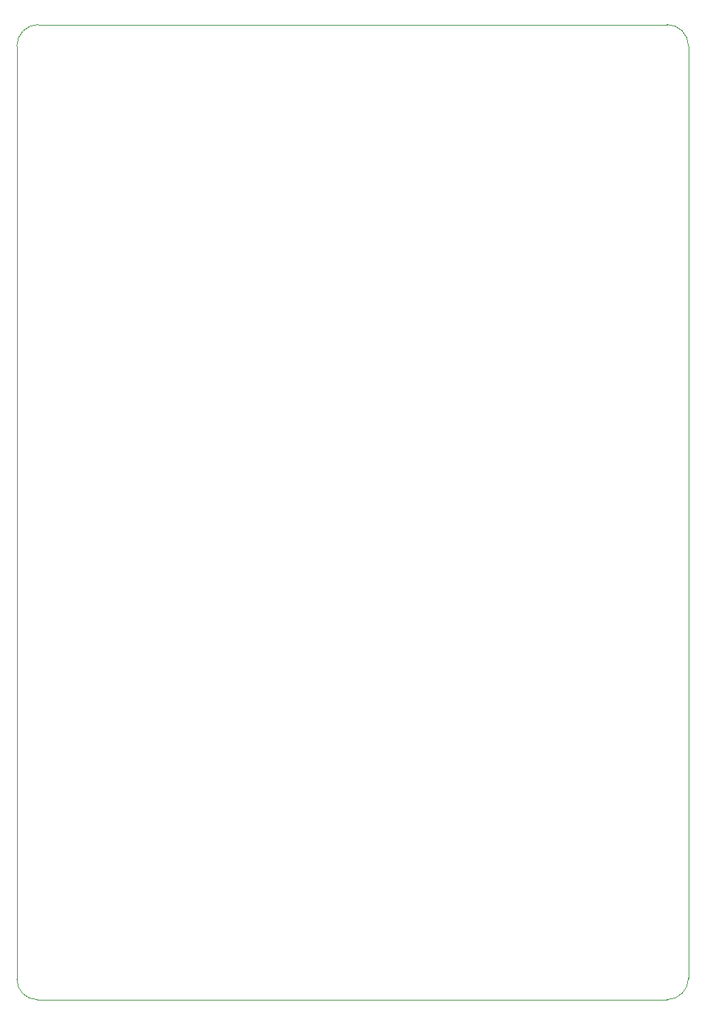
<source format=gbr>
%TF.GenerationSoftware,Altium Limited,Altium Designer,25.8.1 (18)*%
G04 Layer_Color=0*
%FSLAX45Y45*%
%MOMM*%
%TF.SameCoordinates,031978D1-9D18-463A-8735-F8186BF7E524*%
%TF.FilePolarity,Positive*%
%TF.FileFunction,Profile,NP*%
%TF.Part,Single*%
G01*
G75*
%TA.AperFunction,Profile*%
%ADD120C,0.02540*%
D120*
X7856000Y70000D02*
G03*
X8110000Y324000I0J254000D01*
G01*
Y11416000D01*
D02*
G03*
X7856000Y11670000I-254000J0D01*
G01*
X364000D01*
D02*
G03*
X110000Y11416000I0J-254000D01*
G01*
Y310000D01*
D02*
G03*
X350000Y70000I240000J0D01*
G01*
X450000D01*
X7856000D01*
%TF.MD5,bc0960fca0315a707b753b681d6d1679*%
M02*

</source>
